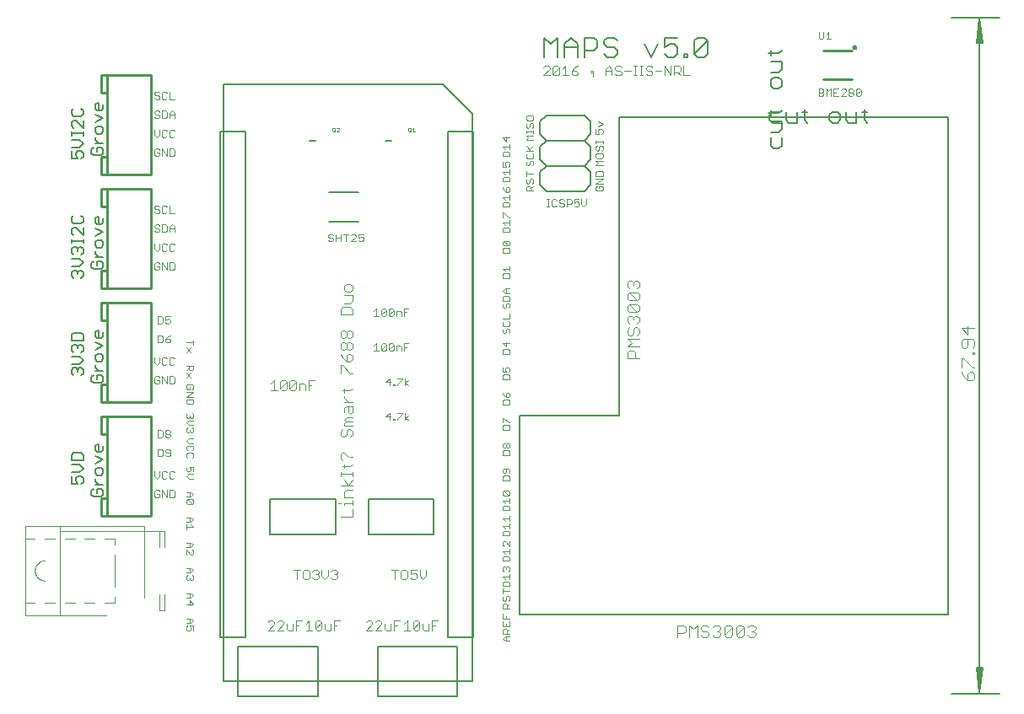
<source format=gto>
G75*
%MOIN*%
%OFA0B0*%
%FSLAX25Y25*%
%IPPOS*%
%LPD*%
%AMOC8*
5,1,8,0,0,1.08239X$1,22.5*
%
%ADD10C,0.00700*%
%ADD11C,0.00300*%
%ADD12C,0.00512*%
%ADD13C,0.00400*%
%ADD14C,0.00600*%
%ADD15C,0.00500*%
%ADD16C,0.01000*%
%ADD17C,0.00394*%
%ADD18C,0.00800*%
%ADD19C,0.00100*%
D10*
X0206606Y0253854D02*
X0206606Y0261761D01*
X0209241Y0259125D01*
X0211877Y0261761D01*
X0211877Y0253854D01*
X0214525Y0253854D02*
X0214525Y0259125D01*
X0217160Y0261761D01*
X0219796Y0259125D01*
X0219796Y0253854D01*
X0222443Y0253854D02*
X0222443Y0261761D01*
X0226397Y0261761D01*
X0227715Y0260443D01*
X0227715Y0257807D01*
X0226397Y0256490D01*
X0222443Y0256490D01*
X0219796Y0257807D02*
X0214525Y0257807D01*
X0230362Y0259125D02*
X0231680Y0257807D01*
X0234316Y0257807D01*
X0235633Y0256490D01*
X0235633Y0255172D01*
X0234316Y0253854D01*
X0231680Y0253854D01*
X0230362Y0255172D01*
X0230362Y0259125D02*
X0230362Y0260443D01*
X0231680Y0261761D01*
X0234316Y0261761D01*
X0235633Y0260443D01*
X0246200Y0259125D02*
X0248835Y0253854D01*
X0251471Y0259125D01*
X0254118Y0257807D02*
X0256754Y0259125D01*
X0258072Y0259125D01*
X0259390Y0257807D01*
X0259390Y0255172D01*
X0258072Y0253854D01*
X0255436Y0253854D01*
X0254118Y0255172D01*
X0254118Y0257807D02*
X0254118Y0261761D01*
X0259390Y0261761D01*
X0265997Y0260443D02*
X0265997Y0255172D01*
X0271268Y0260443D01*
X0271268Y0255172D01*
X0269950Y0253854D01*
X0267314Y0253854D01*
X0265997Y0255172D01*
X0263355Y0255172D02*
X0263355Y0253854D01*
X0262037Y0253854D01*
X0262037Y0255172D01*
X0263355Y0255172D01*
X0265997Y0260443D02*
X0267314Y0261761D01*
X0269950Y0261761D01*
X0271268Y0260443D01*
D11*
X0261653Y0250482D02*
X0261653Y0246779D01*
X0264122Y0246779D01*
X0260439Y0246779D02*
X0259204Y0248013D01*
X0259821Y0248013D02*
X0257970Y0248013D01*
X0257970Y0246779D02*
X0257970Y0250482D01*
X0259821Y0250482D01*
X0260439Y0249865D01*
X0260439Y0248631D01*
X0259821Y0248013D01*
X0256756Y0246779D02*
X0256756Y0250482D01*
X0254287Y0250482D02*
X0256756Y0246779D01*
X0254287Y0246779D02*
X0254287Y0250482D01*
X0253072Y0248631D02*
X0250604Y0248631D01*
X0249389Y0248013D02*
X0249389Y0247396D01*
X0248772Y0246779D01*
X0247538Y0246779D01*
X0246920Y0247396D01*
X0245699Y0246779D02*
X0244465Y0246779D01*
X0245082Y0246779D02*
X0245082Y0250482D01*
X0244465Y0250482D02*
X0245699Y0250482D01*
X0246920Y0249865D02*
X0247538Y0250482D01*
X0248772Y0250482D01*
X0249389Y0249865D01*
X0248772Y0248631D02*
X0249389Y0248013D01*
X0248772Y0248631D02*
X0247538Y0248631D01*
X0246920Y0249248D01*
X0246920Y0249865D01*
X0243244Y0250482D02*
X0242010Y0250482D01*
X0242627Y0250482D02*
X0242627Y0246779D01*
X0242010Y0246779D02*
X0243244Y0246779D01*
X0240795Y0248631D02*
X0238326Y0248631D01*
X0237112Y0248013D02*
X0237112Y0247396D01*
X0236495Y0246779D01*
X0235261Y0246779D01*
X0234643Y0247396D01*
X0233429Y0246779D02*
X0233429Y0249248D01*
X0232195Y0250482D01*
X0230960Y0249248D01*
X0230960Y0246779D01*
X0230960Y0248631D02*
X0233429Y0248631D01*
X0234643Y0249248D02*
X0235261Y0248631D01*
X0236495Y0248631D01*
X0237112Y0248013D01*
X0237112Y0249865D02*
X0236495Y0250482D01*
X0235261Y0250482D01*
X0234643Y0249865D01*
X0234643Y0249248D01*
X0226056Y0248631D02*
X0226056Y0246162D01*
X0226056Y0248013D02*
X0224822Y0248013D01*
X0224822Y0248631D02*
X0226056Y0248631D01*
X0219924Y0248013D02*
X0219924Y0247396D01*
X0219307Y0246779D01*
X0218073Y0246779D01*
X0217455Y0247396D01*
X0217455Y0248631D01*
X0219307Y0248631D01*
X0219924Y0248013D01*
X0218690Y0249865D02*
X0217455Y0248631D01*
X0218690Y0249865D02*
X0219924Y0250482D01*
X0215007Y0250482D02*
X0213772Y0249248D01*
X0212558Y0249865D02*
X0210089Y0247396D01*
X0210706Y0246779D01*
X0211941Y0246779D01*
X0212558Y0247396D01*
X0212558Y0249865D01*
X0211941Y0250482D01*
X0210706Y0250482D01*
X0210089Y0249865D01*
X0210089Y0247396D01*
X0208875Y0246779D02*
X0206406Y0246779D01*
X0208875Y0249248D01*
X0208875Y0249865D01*
X0208257Y0250482D01*
X0207023Y0250482D01*
X0206406Y0249865D01*
X0213772Y0246779D02*
X0216241Y0246779D01*
X0215007Y0246779D02*
X0215007Y0250482D01*
X0201872Y0230946D02*
X0199937Y0230946D01*
X0199453Y0230463D01*
X0199453Y0229495D01*
X0199937Y0229011D01*
X0201872Y0229011D01*
X0202356Y0229495D01*
X0202356Y0230463D01*
X0201872Y0230946D01*
X0201872Y0228000D02*
X0201388Y0228000D01*
X0200905Y0227516D01*
X0200905Y0226549D01*
X0200421Y0226065D01*
X0199937Y0226065D01*
X0199453Y0226549D01*
X0199453Y0227516D01*
X0199937Y0228000D01*
X0201872Y0228000D02*
X0202356Y0227516D01*
X0202356Y0226549D01*
X0201872Y0226065D01*
X0202356Y0225068D02*
X0202356Y0224100D01*
X0202356Y0224584D02*
X0199453Y0224584D01*
X0199453Y0224100D02*
X0199453Y0225068D01*
X0199453Y0223089D02*
X0202356Y0223089D01*
X0202356Y0221154D02*
X0199453Y0221154D01*
X0200421Y0222121D01*
X0199453Y0223089D01*
X0199453Y0218982D02*
X0201388Y0217047D01*
X0200905Y0217531D02*
X0202356Y0218982D01*
X0202356Y0217047D02*
X0199453Y0217047D01*
X0199937Y0216035D02*
X0199453Y0215552D01*
X0199453Y0214584D01*
X0199937Y0214100D01*
X0201872Y0214100D01*
X0202356Y0214584D01*
X0202356Y0215552D01*
X0201872Y0216035D01*
X0201872Y0213089D02*
X0201388Y0213089D01*
X0200905Y0212605D01*
X0200905Y0211638D01*
X0200421Y0211154D01*
X0199937Y0211154D01*
X0199453Y0211638D01*
X0199453Y0212605D01*
X0199937Y0213089D01*
X0201872Y0213089D02*
X0202356Y0212605D01*
X0202356Y0211638D01*
X0201872Y0211154D01*
X0202356Y0208014D02*
X0199453Y0208014D01*
X0199453Y0207047D02*
X0199453Y0208982D01*
X0199937Y0206035D02*
X0199453Y0205552D01*
X0199453Y0204584D01*
X0199937Y0204100D01*
X0200421Y0204100D01*
X0200905Y0204584D01*
X0200905Y0205552D01*
X0201388Y0206035D01*
X0201872Y0206035D01*
X0202356Y0205552D01*
X0202356Y0204584D01*
X0201872Y0204100D01*
X0202356Y0203089D02*
X0201388Y0202121D01*
X0201388Y0202605D02*
X0201388Y0201154D01*
X0202356Y0201154D02*
X0199453Y0201154D01*
X0199453Y0202605D01*
X0199937Y0203089D01*
X0200905Y0203089D01*
X0201388Y0202605D01*
X0207656Y0197806D02*
X0208623Y0197806D01*
X0208140Y0197806D02*
X0208140Y0194904D01*
X0208623Y0194904D02*
X0207656Y0194904D01*
X0209620Y0195388D02*
X0210104Y0194904D01*
X0211071Y0194904D01*
X0211555Y0195388D01*
X0212567Y0195388D02*
X0213051Y0194904D01*
X0214018Y0194904D01*
X0214502Y0195388D01*
X0214502Y0195871D01*
X0214018Y0196355D01*
X0213051Y0196355D01*
X0212567Y0196839D01*
X0212567Y0197323D01*
X0213051Y0197806D01*
X0214018Y0197806D01*
X0214502Y0197323D01*
X0215513Y0197806D02*
X0216965Y0197806D01*
X0217448Y0197323D01*
X0217448Y0196355D01*
X0216965Y0195871D01*
X0215513Y0195871D01*
X0215513Y0194904D02*
X0215513Y0197806D01*
X0218460Y0197806D02*
X0218460Y0196355D01*
X0219427Y0196839D01*
X0219911Y0196839D01*
X0220395Y0196355D01*
X0220395Y0195388D01*
X0219911Y0194904D01*
X0218944Y0194904D01*
X0218460Y0195388D01*
X0218460Y0197806D02*
X0220395Y0197806D01*
X0221406Y0197806D02*
X0221406Y0195871D01*
X0222374Y0194904D01*
X0223341Y0195871D01*
X0223341Y0197806D01*
X0226953Y0201638D02*
X0227437Y0201154D01*
X0229372Y0201154D01*
X0229856Y0201638D01*
X0229856Y0202605D01*
X0229372Y0203089D01*
X0228405Y0203089D01*
X0228405Y0202121D01*
X0227437Y0203089D02*
X0226953Y0202605D01*
X0226953Y0201638D01*
X0226953Y0204100D02*
X0229856Y0206035D01*
X0226953Y0206035D01*
X0226953Y0207047D02*
X0226953Y0208498D01*
X0227437Y0208982D01*
X0229372Y0208982D01*
X0229856Y0208498D01*
X0229856Y0207047D01*
X0226953Y0207047D01*
X0226953Y0204100D02*
X0229856Y0204100D01*
X0229856Y0211154D02*
X0226953Y0211154D01*
X0227921Y0212121D01*
X0226953Y0213089D01*
X0229856Y0213089D01*
X0229372Y0214100D02*
X0229856Y0214584D01*
X0229856Y0215552D01*
X0229372Y0216035D01*
X0227437Y0216035D01*
X0226953Y0215552D01*
X0226953Y0214584D01*
X0227437Y0214100D01*
X0229372Y0214100D01*
X0229372Y0217047D02*
X0229856Y0217531D01*
X0229856Y0218498D01*
X0229372Y0218982D01*
X0228888Y0218982D01*
X0228405Y0218498D01*
X0228405Y0217531D01*
X0227921Y0217047D01*
X0227437Y0217047D01*
X0226953Y0217531D01*
X0226953Y0218498D01*
X0227437Y0218982D01*
X0226953Y0219993D02*
X0226953Y0220961D01*
X0226953Y0220477D02*
X0229856Y0220477D01*
X0229856Y0219993D02*
X0229856Y0220961D01*
X0229372Y0223654D02*
X0229856Y0224138D01*
X0229856Y0225105D01*
X0229372Y0225589D01*
X0228405Y0225589D01*
X0227921Y0225105D01*
X0227921Y0224621D01*
X0228405Y0223654D01*
X0226953Y0223654D01*
X0226953Y0225589D01*
X0227921Y0226600D02*
X0229856Y0227568D01*
X0227921Y0228535D01*
X0193056Y0222159D02*
X0190153Y0222159D01*
X0191605Y0220707D01*
X0191605Y0222642D01*
X0193056Y0219696D02*
X0193056Y0217761D01*
X0193056Y0218728D02*
X0190153Y0218728D01*
X0191121Y0217761D01*
X0190637Y0216749D02*
X0190153Y0216266D01*
X0190153Y0214814D01*
X0193056Y0214814D01*
X0193056Y0216266D01*
X0192572Y0216749D01*
X0190637Y0216749D01*
X0190153Y0212642D02*
X0190153Y0210707D01*
X0191605Y0210707D01*
X0191121Y0211675D01*
X0191121Y0212159D01*
X0191605Y0212642D01*
X0192572Y0212642D01*
X0193056Y0212159D01*
X0193056Y0211191D01*
X0192572Y0210707D01*
X0193056Y0209696D02*
X0193056Y0207761D01*
X0193056Y0208728D02*
X0190153Y0208728D01*
X0191121Y0207761D01*
X0190637Y0206749D02*
X0190153Y0206266D01*
X0190153Y0204814D01*
X0193056Y0204814D01*
X0193056Y0206266D01*
X0192572Y0206749D01*
X0190637Y0206749D01*
X0190153Y0202642D02*
X0190637Y0201675D01*
X0191605Y0200707D01*
X0191605Y0202159D01*
X0192088Y0202642D01*
X0192572Y0202642D01*
X0193056Y0202159D01*
X0193056Y0201191D01*
X0192572Y0200707D01*
X0191605Y0200707D01*
X0193056Y0199696D02*
X0193056Y0197761D01*
X0193056Y0198728D02*
X0190153Y0198728D01*
X0191121Y0197761D01*
X0190637Y0196749D02*
X0190153Y0196266D01*
X0190153Y0194814D01*
X0193056Y0194814D01*
X0193056Y0196266D01*
X0192572Y0196749D01*
X0190637Y0196749D01*
X0190637Y0192642D02*
X0192572Y0190707D01*
X0193056Y0190707D01*
X0193056Y0189696D02*
X0193056Y0187761D01*
X0193056Y0188728D02*
X0190153Y0188728D01*
X0191121Y0187761D01*
X0190637Y0186749D02*
X0190153Y0186266D01*
X0190153Y0184814D01*
X0193056Y0184814D01*
X0193056Y0186266D01*
X0192572Y0186749D01*
X0190637Y0186749D01*
X0190153Y0190707D02*
X0190153Y0192642D01*
X0190637Y0192642D01*
X0190637Y0181392D02*
X0192572Y0179457D01*
X0193056Y0179941D01*
X0193056Y0180909D01*
X0192572Y0181392D01*
X0190637Y0181392D01*
X0190153Y0180909D01*
X0190153Y0179941D01*
X0190637Y0179457D01*
X0192572Y0179457D01*
X0192572Y0178446D02*
X0190637Y0178446D01*
X0190153Y0177962D01*
X0190153Y0176511D01*
X0193056Y0176511D01*
X0193056Y0177962D01*
X0192572Y0178446D01*
X0193056Y0171392D02*
X0193056Y0169457D01*
X0193056Y0170425D02*
X0190153Y0170425D01*
X0191121Y0169457D01*
X0190637Y0168446D02*
X0190153Y0167962D01*
X0190153Y0166511D01*
X0193056Y0166511D01*
X0193056Y0167962D01*
X0192572Y0168446D01*
X0190637Y0168446D01*
X0191121Y0162642D02*
X0193056Y0162642D01*
X0191605Y0162642D02*
X0191605Y0160707D01*
X0191121Y0160707D02*
X0190153Y0161675D01*
X0191121Y0162642D01*
X0191121Y0160707D02*
X0193056Y0160707D01*
X0192572Y0159696D02*
X0190637Y0159696D01*
X0190153Y0159212D01*
X0190153Y0157761D01*
X0193056Y0157761D01*
X0193056Y0159212D01*
X0192572Y0159696D01*
X0192572Y0156749D02*
X0193056Y0156266D01*
X0193056Y0155298D01*
X0192572Y0154814D01*
X0191605Y0155298D02*
X0191605Y0156266D01*
X0192088Y0156749D01*
X0192572Y0156749D01*
X0191605Y0155298D02*
X0191121Y0154814D01*
X0190637Y0154814D01*
X0190153Y0155298D01*
X0190153Y0156266D01*
X0190637Y0156749D01*
X0193056Y0152642D02*
X0193056Y0150707D01*
X0190153Y0150707D01*
X0190637Y0149696D02*
X0190153Y0149212D01*
X0190153Y0148245D01*
X0190637Y0147761D01*
X0192572Y0147761D01*
X0193056Y0148245D01*
X0193056Y0149212D01*
X0192572Y0149696D01*
X0192572Y0146749D02*
X0193056Y0146266D01*
X0193056Y0145298D01*
X0192572Y0144814D01*
X0191605Y0145298D02*
X0191605Y0146266D01*
X0192088Y0146749D01*
X0192572Y0146749D01*
X0191605Y0145298D02*
X0191121Y0144814D01*
X0190637Y0144814D01*
X0190153Y0145298D01*
X0190153Y0146266D01*
X0190637Y0146749D01*
X0191605Y0141392D02*
X0191605Y0139457D01*
X0190153Y0140909D01*
X0193056Y0140909D01*
X0192572Y0138446D02*
X0190637Y0138446D01*
X0190153Y0137962D01*
X0190153Y0136511D01*
X0193056Y0136511D01*
X0193056Y0137962D01*
X0192572Y0138446D01*
X0192572Y0131392D02*
X0193056Y0130909D01*
X0193056Y0129941D01*
X0192572Y0129457D01*
X0191605Y0129457D02*
X0191121Y0130425D01*
X0191121Y0130909D01*
X0191605Y0131392D01*
X0192572Y0131392D01*
X0191605Y0129457D02*
X0190153Y0129457D01*
X0190153Y0131392D01*
X0190637Y0128446D02*
X0190153Y0127962D01*
X0190153Y0126511D01*
X0193056Y0126511D01*
X0193056Y0127962D01*
X0192572Y0128446D01*
X0190637Y0128446D01*
X0190153Y0121392D02*
X0190637Y0120425D01*
X0191605Y0119457D01*
X0191605Y0120909D01*
X0192088Y0121392D01*
X0192572Y0121392D01*
X0193056Y0120909D01*
X0193056Y0119941D01*
X0192572Y0119457D01*
X0191605Y0119457D01*
X0192572Y0118446D02*
X0190637Y0118446D01*
X0190153Y0117962D01*
X0190153Y0116511D01*
X0193056Y0116511D01*
X0193056Y0117962D01*
X0192572Y0118446D01*
X0190637Y0111392D02*
X0192572Y0109457D01*
X0193056Y0109457D01*
X0192572Y0108446D02*
X0190637Y0108446D01*
X0190153Y0107962D01*
X0190153Y0106511D01*
X0193056Y0106511D01*
X0193056Y0107962D01*
X0192572Y0108446D01*
X0190153Y0109457D02*
X0190153Y0111392D01*
X0190637Y0111392D01*
X0190637Y0101392D02*
X0191121Y0101392D01*
X0191605Y0100909D01*
X0191605Y0099941D01*
X0191121Y0099457D01*
X0190637Y0099457D01*
X0190153Y0099941D01*
X0190153Y0100909D01*
X0190637Y0101392D01*
X0191605Y0100909D02*
X0192088Y0101392D01*
X0192572Y0101392D01*
X0193056Y0100909D01*
X0193056Y0099941D01*
X0192572Y0099457D01*
X0192088Y0099457D01*
X0191605Y0099941D01*
X0192572Y0098446D02*
X0190637Y0098446D01*
X0190153Y0097962D01*
X0190153Y0096511D01*
X0193056Y0096511D01*
X0193056Y0097962D01*
X0192572Y0098446D01*
X0192572Y0091392D02*
X0190637Y0091392D01*
X0190153Y0090909D01*
X0190153Y0089941D01*
X0190637Y0089457D01*
X0191121Y0089457D01*
X0191605Y0089941D01*
X0191605Y0091392D01*
X0192572Y0091392D02*
X0193056Y0090909D01*
X0193056Y0089941D01*
X0192572Y0089457D01*
X0192572Y0088446D02*
X0190637Y0088446D01*
X0190153Y0087962D01*
X0190153Y0086511D01*
X0193056Y0086511D01*
X0193056Y0087962D01*
X0192572Y0088446D01*
X0192572Y0082642D02*
X0193056Y0082159D01*
X0193056Y0081191D01*
X0192572Y0080707D01*
X0190637Y0082642D01*
X0192572Y0082642D01*
X0192572Y0080707D02*
X0190637Y0080707D01*
X0190153Y0081191D01*
X0190153Y0082159D01*
X0190637Y0082642D01*
X0193056Y0079696D02*
X0193056Y0077761D01*
X0193056Y0078728D02*
X0190153Y0078728D01*
X0191121Y0077761D01*
X0190637Y0076749D02*
X0190153Y0076266D01*
X0190153Y0074814D01*
X0193056Y0074814D01*
X0193056Y0076266D01*
X0192572Y0076749D01*
X0190637Y0076749D01*
X0193056Y0072642D02*
X0193056Y0070707D01*
X0193056Y0071675D02*
X0190153Y0071675D01*
X0191121Y0070707D01*
X0193056Y0069696D02*
X0193056Y0067761D01*
X0193056Y0068728D02*
X0190153Y0068728D01*
X0191121Y0067761D01*
X0190637Y0066749D02*
X0190153Y0066266D01*
X0190153Y0064814D01*
X0193056Y0064814D01*
X0193056Y0066266D01*
X0192572Y0066749D01*
X0190637Y0066749D01*
X0190637Y0062642D02*
X0190153Y0062159D01*
X0190153Y0061191D01*
X0190637Y0060707D01*
X0190637Y0062642D02*
X0191121Y0062642D01*
X0193056Y0060707D01*
X0193056Y0062642D01*
X0193056Y0059696D02*
X0193056Y0057761D01*
X0193056Y0058728D02*
X0190153Y0058728D01*
X0191121Y0057761D01*
X0190637Y0056749D02*
X0190153Y0056266D01*
X0190153Y0054814D01*
X0193056Y0054814D01*
X0193056Y0056266D01*
X0192572Y0056749D01*
X0190637Y0056749D01*
X0190637Y0052642D02*
X0191121Y0052642D01*
X0191605Y0052159D01*
X0192088Y0052642D01*
X0192572Y0052642D01*
X0193056Y0052159D01*
X0193056Y0051191D01*
X0192572Y0050707D01*
X0193056Y0049696D02*
X0193056Y0047761D01*
X0193056Y0048728D02*
X0190153Y0048728D01*
X0191121Y0047761D01*
X0190637Y0046749D02*
X0190153Y0046266D01*
X0190153Y0044814D01*
X0193056Y0044814D01*
X0193056Y0046266D01*
X0192572Y0046749D01*
X0190637Y0046749D01*
X0190153Y0043892D02*
X0190153Y0041957D01*
X0190153Y0042925D02*
X0193056Y0042925D01*
X0192572Y0040946D02*
X0193056Y0040462D01*
X0193056Y0039495D01*
X0192572Y0039011D01*
X0191605Y0039495D02*
X0191605Y0040462D01*
X0192088Y0040946D01*
X0192572Y0040946D01*
X0191605Y0039495D02*
X0191121Y0039011D01*
X0190637Y0039011D01*
X0190153Y0039495D01*
X0190153Y0040462D01*
X0190637Y0040946D01*
X0190637Y0037999D02*
X0191605Y0037999D01*
X0192088Y0037516D01*
X0192088Y0036064D01*
X0192088Y0037032D02*
X0193056Y0037999D01*
X0193056Y0036064D02*
X0190153Y0036064D01*
X0190153Y0037516D01*
X0190637Y0037999D01*
X0190153Y0033892D02*
X0190153Y0031957D01*
X0193056Y0031957D01*
X0193056Y0030946D02*
X0193056Y0029011D01*
X0190153Y0029011D01*
X0190153Y0030946D01*
X0191605Y0029978D02*
X0191605Y0029011D01*
X0191605Y0027999D02*
X0192088Y0027516D01*
X0192088Y0026064D01*
X0192088Y0027032D02*
X0193056Y0027999D01*
X0191605Y0027999D02*
X0190637Y0027999D01*
X0190153Y0027516D01*
X0190153Y0026064D01*
X0193056Y0026064D01*
X0193056Y0025053D02*
X0191121Y0025053D01*
X0190153Y0024085D01*
X0191121Y0023118D01*
X0193056Y0023118D01*
X0191605Y0023118D02*
X0191605Y0025053D01*
X0191605Y0031957D02*
X0191605Y0032925D01*
X0190637Y0050707D02*
X0190153Y0051191D01*
X0190153Y0052159D01*
X0190637Y0052642D01*
X0191605Y0052159D02*
X0191605Y0051675D01*
X0164737Y0031127D02*
X0162268Y0031127D01*
X0162268Y0027424D01*
X0161054Y0027424D02*
X0161054Y0029892D01*
X0162268Y0029275D02*
X0163503Y0029275D01*
X0161054Y0027424D02*
X0159202Y0027424D01*
X0158585Y0028041D01*
X0158585Y0029892D01*
X0157371Y0030510D02*
X0154902Y0028041D01*
X0155519Y0027424D01*
X0156754Y0027424D01*
X0157371Y0028041D01*
X0157371Y0030510D01*
X0156754Y0031127D01*
X0155519Y0031127D01*
X0154902Y0030510D01*
X0154902Y0028041D01*
X0153688Y0027424D02*
X0151219Y0027424D01*
X0152453Y0027424D02*
X0152453Y0031127D01*
X0151219Y0029892D01*
X0149737Y0031127D02*
X0147268Y0031127D01*
X0147268Y0027424D01*
X0146054Y0027424D02*
X0146054Y0029892D01*
X0147268Y0029275D02*
X0148503Y0029275D01*
X0146054Y0027424D02*
X0144202Y0027424D01*
X0143585Y0028041D01*
X0143585Y0029892D01*
X0142371Y0029892D02*
X0139902Y0027424D01*
X0142371Y0027424D01*
X0142371Y0029892D02*
X0142371Y0030510D01*
X0141754Y0031127D01*
X0140519Y0031127D01*
X0139902Y0030510D01*
X0138688Y0030510D02*
X0138070Y0031127D01*
X0136836Y0031127D01*
X0136219Y0030510D01*
X0138688Y0030510D02*
X0138688Y0029892D01*
X0136219Y0027424D01*
X0138688Y0027424D01*
X0125987Y0031127D02*
X0123518Y0031127D01*
X0123518Y0027424D01*
X0122304Y0027424D02*
X0122304Y0029892D01*
X0123518Y0029275D02*
X0124753Y0029275D01*
X0122304Y0027424D02*
X0120452Y0027424D01*
X0119835Y0028041D01*
X0119835Y0029892D01*
X0118621Y0030510D02*
X0116152Y0028041D01*
X0116769Y0027424D01*
X0118004Y0027424D01*
X0118621Y0028041D01*
X0118621Y0030510D01*
X0118004Y0031127D01*
X0116769Y0031127D01*
X0116152Y0030510D01*
X0116152Y0028041D01*
X0114938Y0027424D02*
X0112469Y0027424D01*
X0113703Y0027424D02*
X0113703Y0031127D01*
X0112469Y0029892D01*
X0110987Y0031127D02*
X0108518Y0031127D01*
X0108518Y0027424D01*
X0107304Y0027424D02*
X0107304Y0029892D01*
X0108518Y0029275D02*
X0109753Y0029275D01*
X0107304Y0027424D02*
X0105452Y0027424D01*
X0104835Y0028041D01*
X0104835Y0029892D01*
X0103621Y0029892D02*
X0101152Y0027424D01*
X0103621Y0027424D01*
X0103621Y0029892D02*
X0103621Y0030510D01*
X0103004Y0031127D01*
X0101769Y0031127D01*
X0101152Y0030510D01*
X0099938Y0030510D02*
X0099320Y0031127D01*
X0098086Y0031127D01*
X0097469Y0030510D01*
X0099938Y0030510D02*
X0099938Y0029892D01*
X0097469Y0027424D01*
X0099938Y0027424D01*
X0108890Y0047604D02*
X0108890Y0051307D01*
X0107656Y0051307D02*
X0110125Y0051307D01*
X0111339Y0050690D02*
X0111339Y0048221D01*
X0111956Y0047604D01*
X0113191Y0047604D01*
X0113808Y0048221D01*
X0113808Y0050690D01*
X0113191Y0051307D01*
X0111956Y0051307D01*
X0111339Y0050690D01*
X0115022Y0050690D02*
X0115639Y0051307D01*
X0116874Y0051307D01*
X0117491Y0050690D01*
X0117491Y0050073D01*
X0116874Y0049456D01*
X0117491Y0048838D01*
X0117491Y0048221D01*
X0116874Y0047604D01*
X0115639Y0047604D01*
X0115022Y0048221D01*
X0116257Y0049456D02*
X0116874Y0049456D01*
X0118705Y0048838D02*
X0119940Y0047604D01*
X0121174Y0048838D01*
X0121174Y0051307D01*
X0122388Y0050690D02*
X0123006Y0051307D01*
X0124240Y0051307D01*
X0124857Y0050690D01*
X0124857Y0050073D01*
X0124240Y0049456D01*
X0124857Y0048838D01*
X0124857Y0048221D01*
X0124240Y0047604D01*
X0123006Y0047604D01*
X0122388Y0048221D01*
X0123623Y0049456D02*
X0124240Y0049456D01*
X0118705Y0048838D02*
X0118705Y0051307D01*
X0146406Y0051307D02*
X0148875Y0051307D01*
X0147640Y0051307D02*
X0147640Y0047604D01*
X0150089Y0048221D02*
X0150706Y0047604D01*
X0151941Y0047604D01*
X0152558Y0048221D01*
X0152558Y0050690D01*
X0151941Y0051307D01*
X0150706Y0051307D01*
X0150089Y0050690D01*
X0150089Y0048221D01*
X0153772Y0048221D02*
X0154389Y0047604D01*
X0155624Y0047604D01*
X0156241Y0048221D01*
X0156241Y0049456D01*
X0155624Y0050073D01*
X0155007Y0050073D01*
X0153772Y0049456D01*
X0153772Y0051307D01*
X0156241Y0051307D01*
X0157455Y0051307D02*
X0157455Y0048838D01*
X0158690Y0047604D01*
X0159924Y0048838D01*
X0159924Y0051307D01*
X0152902Y0110454D02*
X0151450Y0111421D01*
X0152902Y0112389D01*
X0151450Y0113356D02*
X0151450Y0110454D01*
X0150439Y0112873D02*
X0148504Y0110938D01*
X0148504Y0110454D01*
X0147514Y0110454D02*
X0147031Y0110454D01*
X0147031Y0110938D01*
X0147514Y0110938D01*
X0147514Y0110454D01*
X0145535Y0110454D02*
X0145535Y0113356D01*
X0144084Y0111905D01*
X0146019Y0111905D01*
X0148504Y0113356D02*
X0150439Y0113356D01*
X0150439Y0112873D01*
X0151450Y0124204D02*
X0151450Y0127106D01*
X0150439Y0127106D02*
X0150439Y0126623D01*
X0148504Y0124688D01*
X0148504Y0124204D01*
X0147514Y0124204D02*
X0147031Y0124204D01*
X0147031Y0124688D01*
X0147514Y0124688D01*
X0147514Y0124204D01*
X0145535Y0124204D02*
X0145535Y0127106D01*
X0144084Y0125655D01*
X0146019Y0125655D01*
X0148504Y0127106D02*
X0150439Y0127106D01*
X0151450Y0125171D02*
X0152902Y0126139D01*
X0151450Y0125171D02*
X0152902Y0124204D01*
X0151146Y0137934D02*
X0151146Y0140837D01*
X0153081Y0140837D01*
X0152114Y0139385D02*
X0151146Y0139385D01*
X0150135Y0139385D02*
X0150135Y0137934D01*
X0150135Y0139385D02*
X0149651Y0139869D01*
X0148200Y0139869D01*
X0148200Y0137934D01*
X0147188Y0138418D02*
X0147188Y0140353D01*
X0145253Y0138418D01*
X0145737Y0137934D01*
X0146705Y0137934D01*
X0147188Y0138418D01*
X0145253Y0138418D02*
X0145253Y0140353D01*
X0145737Y0140837D01*
X0146705Y0140837D01*
X0147188Y0140353D01*
X0144242Y0140353D02*
X0142307Y0138418D01*
X0142791Y0137934D01*
X0143758Y0137934D01*
X0144242Y0138418D01*
X0144242Y0140353D01*
X0143758Y0140837D01*
X0142791Y0140837D01*
X0142307Y0140353D01*
X0142307Y0138418D01*
X0141295Y0137934D02*
X0139360Y0137934D01*
X0140328Y0137934D02*
X0140328Y0140837D01*
X0139360Y0139869D01*
X0139360Y0151684D02*
X0141295Y0151684D01*
X0140328Y0151684D02*
X0140328Y0154587D01*
X0139360Y0153619D01*
X0142307Y0154103D02*
X0142791Y0154587D01*
X0143758Y0154587D01*
X0144242Y0154103D01*
X0142307Y0152168D01*
X0142791Y0151684D01*
X0143758Y0151684D01*
X0144242Y0152168D01*
X0144242Y0154103D01*
X0145253Y0154103D02*
X0145737Y0154587D01*
X0146705Y0154587D01*
X0147188Y0154103D01*
X0145253Y0152168D01*
X0145737Y0151684D01*
X0146705Y0151684D01*
X0147188Y0152168D01*
X0147188Y0154103D01*
X0148200Y0153619D02*
X0149651Y0153619D01*
X0150135Y0153135D01*
X0150135Y0151684D01*
X0151146Y0151684D02*
X0151146Y0154587D01*
X0153081Y0154587D01*
X0152114Y0153135D02*
X0151146Y0153135D01*
X0148200Y0153619D02*
X0148200Y0151684D01*
X0145253Y0152168D02*
X0145253Y0154103D01*
X0142307Y0154103D02*
X0142307Y0152168D01*
X0115920Y0126127D02*
X0113451Y0126127D01*
X0113451Y0122424D01*
X0112237Y0122424D02*
X0112237Y0124275D01*
X0111620Y0124892D01*
X0109768Y0124892D01*
X0109768Y0122424D01*
X0108554Y0123041D02*
X0107937Y0122424D01*
X0106702Y0122424D01*
X0106085Y0123041D01*
X0108554Y0125510D01*
X0108554Y0123041D01*
X0108554Y0125510D02*
X0107937Y0126127D01*
X0106702Y0126127D01*
X0106085Y0125510D01*
X0106085Y0123041D01*
X0104871Y0123041D02*
X0104254Y0122424D01*
X0103019Y0122424D01*
X0102402Y0123041D01*
X0104871Y0125510D01*
X0104871Y0123041D01*
X0104871Y0125510D02*
X0104254Y0126127D01*
X0103019Y0126127D01*
X0102402Y0125510D01*
X0102402Y0123041D01*
X0101188Y0122424D02*
X0098719Y0122424D01*
X0099953Y0122424D02*
X0099953Y0126127D01*
X0098719Y0124892D01*
X0113451Y0124275D02*
X0114686Y0124275D01*
X0068058Y0124120D02*
X0067575Y0124604D01*
X0065640Y0124604D01*
X0065156Y0124120D01*
X0065156Y0123153D01*
X0065640Y0122669D01*
X0066607Y0122669D01*
X0066607Y0123636D01*
X0067575Y0122669D02*
X0068058Y0123153D01*
X0068058Y0124120D01*
X0068058Y0121657D02*
X0065156Y0119722D01*
X0068058Y0119722D01*
X0068058Y0118711D02*
X0065156Y0118711D01*
X0065156Y0117260D01*
X0065640Y0116776D01*
X0067575Y0116776D01*
X0068058Y0117260D01*
X0068058Y0118711D01*
X0068058Y0121657D02*
X0065156Y0121657D01*
X0060484Y0125388D02*
X0060000Y0124904D01*
X0058549Y0124904D01*
X0058549Y0127806D01*
X0060000Y0127806D01*
X0060484Y0127323D01*
X0060484Y0125388D01*
X0057537Y0124904D02*
X0057537Y0127806D01*
X0055602Y0127806D02*
X0057537Y0124904D01*
X0055602Y0124904D02*
X0055602Y0127806D01*
X0054591Y0127323D02*
X0054107Y0127806D01*
X0053140Y0127806D01*
X0052656Y0127323D01*
X0052656Y0125388D01*
X0053140Y0124904D01*
X0054107Y0124904D01*
X0054591Y0125388D01*
X0054591Y0126355D01*
X0053623Y0126355D01*
X0053623Y0132404D02*
X0054591Y0133371D01*
X0054591Y0135306D01*
X0055602Y0134823D02*
X0055602Y0132888D01*
X0056086Y0132404D01*
X0057054Y0132404D01*
X0057537Y0132888D01*
X0058549Y0132888D02*
X0058549Y0134823D01*
X0059033Y0135306D01*
X0060000Y0135306D01*
X0060484Y0134823D01*
X0060484Y0132888D02*
X0060000Y0132404D01*
X0059033Y0132404D01*
X0058549Y0132888D01*
X0057537Y0134823D02*
X0057054Y0135306D01*
X0056086Y0135306D01*
X0055602Y0134823D01*
X0052656Y0135306D02*
X0052656Y0133371D01*
X0053623Y0132404D01*
X0053906Y0141154D02*
X0055357Y0141154D01*
X0055841Y0141638D01*
X0055841Y0143573D01*
X0055357Y0144056D01*
X0053906Y0144056D01*
X0053906Y0141154D01*
X0056852Y0141638D02*
X0057336Y0141154D01*
X0058304Y0141154D01*
X0058787Y0141638D01*
X0058787Y0142121D01*
X0058304Y0142605D01*
X0056852Y0142605D01*
X0056852Y0141638D01*
X0056852Y0142605D02*
X0057820Y0143573D01*
X0058787Y0144056D01*
X0065156Y0141136D02*
X0068058Y0141136D01*
X0068058Y0140169D02*
X0068058Y0142104D01*
X0067091Y0139157D02*
X0065156Y0137222D01*
X0065156Y0139157D02*
X0067091Y0137222D01*
X0068058Y0132104D02*
X0065156Y0132104D01*
X0066123Y0132104D02*
X0066123Y0130653D01*
X0066607Y0130169D01*
X0067575Y0130169D01*
X0068058Y0130653D01*
X0068058Y0132104D01*
X0066123Y0131136D02*
X0065156Y0130169D01*
X0065156Y0129157D02*
X0067091Y0127222D01*
X0067091Y0129157D02*
X0065156Y0127222D01*
X0065640Y0113354D02*
X0065156Y0112870D01*
X0065156Y0111903D01*
X0065640Y0111419D01*
X0066123Y0111419D01*
X0066607Y0111903D01*
X0066607Y0112386D01*
X0066607Y0111903D02*
X0067091Y0111419D01*
X0067575Y0111419D01*
X0068058Y0111903D01*
X0068058Y0112870D01*
X0067575Y0113354D01*
X0068058Y0110407D02*
X0066123Y0110407D01*
X0065156Y0109440D01*
X0066123Y0108472D01*
X0068058Y0108472D01*
X0067575Y0107461D02*
X0068058Y0106977D01*
X0068058Y0106010D01*
X0067575Y0105526D01*
X0067091Y0105526D01*
X0066607Y0106010D01*
X0066123Y0105526D01*
X0065640Y0105526D01*
X0065156Y0106010D01*
X0065156Y0106977D01*
X0065640Y0107461D01*
X0066607Y0106493D02*
X0066607Y0106010D01*
X0066123Y0103354D02*
X0065156Y0102386D01*
X0066123Y0101419D01*
X0068058Y0101419D01*
X0067575Y0100407D02*
X0065640Y0100407D01*
X0065156Y0099924D01*
X0065156Y0098956D01*
X0065640Y0098472D01*
X0065640Y0097461D02*
X0065156Y0096977D01*
X0065156Y0096010D01*
X0065640Y0095526D01*
X0067575Y0095526D02*
X0068058Y0096010D01*
X0068058Y0096977D01*
X0067575Y0097461D01*
X0065640Y0097461D01*
X0067575Y0098472D02*
X0068058Y0098956D01*
X0068058Y0099924D01*
X0067575Y0100407D01*
X0068058Y0103354D02*
X0066123Y0103354D01*
X0058787Y0104138D02*
X0058304Y0103654D01*
X0057336Y0103654D01*
X0056852Y0104138D01*
X0056852Y0104621D01*
X0057336Y0105105D01*
X0058304Y0105105D01*
X0058787Y0104621D01*
X0058787Y0104138D01*
X0058304Y0105105D02*
X0058787Y0105589D01*
X0058787Y0106073D01*
X0058304Y0106556D01*
X0057336Y0106556D01*
X0056852Y0106073D01*
X0056852Y0105589D01*
X0057336Y0105105D01*
X0055841Y0104138D02*
X0055841Y0106073D01*
X0055357Y0106556D01*
X0053906Y0106556D01*
X0053906Y0103654D01*
X0055357Y0103654D01*
X0055841Y0104138D01*
X0055357Y0099056D02*
X0053906Y0099056D01*
X0053906Y0096154D01*
X0055357Y0096154D01*
X0055841Y0096638D01*
X0055841Y0098573D01*
X0055357Y0099056D01*
X0056852Y0098573D02*
X0057336Y0099056D01*
X0058304Y0099056D01*
X0058787Y0098573D01*
X0058787Y0096638D01*
X0058304Y0096154D01*
X0057336Y0096154D01*
X0056852Y0096638D01*
X0057336Y0097605D02*
X0058787Y0097605D01*
X0057336Y0097605D02*
X0056852Y0098089D01*
X0056852Y0098573D01*
X0057054Y0090306D02*
X0056086Y0090306D01*
X0055602Y0089823D01*
X0055602Y0087888D01*
X0056086Y0087404D01*
X0057054Y0087404D01*
X0057537Y0087888D01*
X0058549Y0087888D02*
X0059033Y0087404D01*
X0060000Y0087404D01*
X0060484Y0087888D01*
X0060484Y0089823D02*
X0060000Y0090306D01*
X0059033Y0090306D01*
X0058549Y0089823D01*
X0058549Y0087888D01*
X0057537Y0089823D02*
X0057054Y0090306D01*
X0054591Y0090306D02*
X0054591Y0088371D01*
X0053623Y0087404D01*
X0052656Y0088371D01*
X0052656Y0090306D01*
X0053140Y0082806D02*
X0052656Y0082323D01*
X0052656Y0080388D01*
X0053140Y0079904D01*
X0054107Y0079904D01*
X0054591Y0080388D01*
X0054591Y0081355D01*
X0053623Y0081355D01*
X0054591Y0082323D02*
X0054107Y0082806D01*
X0053140Y0082806D01*
X0055602Y0082806D02*
X0057537Y0079904D01*
X0057537Y0082806D01*
X0058549Y0082806D02*
X0058549Y0079904D01*
X0060000Y0079904D01*
X0060484Y0080388D01*
X0060484Y0082323D01*
X0060000Y0082806D01*
X0058549Y0082806D01*
X0055602Y0082806D02*
X0055602Y0079904D01*
X0065156Y0080169D02*
X0067091Y0080169D01*
X0068058Y0081136D01*
X0067091Y0082104D01*
X0065156Y0082104D01*
X0066607Y0082104D02*
X0066607Y0080169D01*
X0065640Y0079157D02*
X0067575Y0079157D01*
X0068058Y0078674D01*
X0068058Y0077706D01*
X0067575Y0077222D01*
X0065640Y0079157D01*
X0065156Y0078674D01*
X0065156Y0077706D01*
X0065640Y0077222D01*
X0067575Y0077222D01*
X0067091Y0072104D02*
X0065156Y0072104D01*
X0066607Y0072104D02*
X0066607Y0070169D01*
X0067091Y0070169D02*
X0065156Y0070169D01*
X0065156Y0069157D02*
X0065156Y0067222D01*
X0065156Y0068190D02*
X0068058Y0068190D01*
X0067091Y0069157D01*
X0067091Y0070169D02*
X0068058Y0071136D01*
X0067091Y0072104D01*
X0067091Y0062104D02*
X0065156Y0062104D01*
X0066607Y0062104D02*
X0066607Y0060169D01*
X0067091Y0060169D02*
X0065156Y0060169D01*
X0065156Y0059157D02*
X0067091Y0057222D01*
X0067575Y0057222D01*
X0068058Y0057706D01*
X0068058Y0058674D01*
X0067575Y0059157D01*
X0067091Y0060169D02*
X0068058Y0061136D01*
X0067091Y0062104D01*
X0065156Y0059157D02*
X0065156Y0057222D01*
X0065156Y0052104D02*
X0067091Y0052104D01*
X0068058Y0051136D01*
X0067091Y0050169D01*
X0065156Y0050169D01*
X0065640Y0049157D02*
X0065156Y0048674D01*
X0065156Y0047706D01*
X0065640Y0047222D01*
X0066123Y0047222D01*
X0066607Y0047706D01*
X0066607Y0048190D01*
X0066607Y0047706D02*
X0067091Y0047222D01*
X0067575Y0047222D01*
X0068058Y0047706D01*
X0068058Y0048674D01*
X0067575Y0049157D01*
X0066607Y0050169D02*
X0066607Y0052104D01*
X0066607Y0042104D02*
X0066607Y0040169D01*
X0067091Y0040169D02*
X0065156Y0040169D01*
X0066607Y0039157D02*
X0066607Y0037222D01*
X0065156Y0037706D02*
X0068058Y0037706D01*
X0066607Y0039157D01*
X0067091Y0040169D02*
X0068058Y0041136D01*
X0067091Y0042104D01*
X0065156Y0042104D01*
X0065156Y0032104D02*
X0067091Y0032104D01*
X0068058Y0031136D01*
X0067091Y0030169D01*
X0065156Y0030169D01*
X0065640Y0029157D02*
X0065156Y0028674D01*
X0065156Y0027706D01*
X0065640Y0027222D01*
X0066607Y0027222D01*
X0067091Y0027706D01*
X0067091Y0028190D01*
X0066607Y0029157D01*
X0068058Y0029157D01*
X0068058Y0027222D01*
X0066607Y0030169D02*
X0066607Y0032104D01*
X0066123Y0087222D02*
X0068058Y0087222D01*
X0066123Y0087222D02*
X0065156Y0088190D01*
X0066123Y0089157D01*
X0068058Y0089157D01*
X0068058Y0090169D02*
X0068058Y0092104D01*
X0066607Y0092104D01*
X0067091Y0091136D01*
X0067091Y0090653D01*
X0066607Y0090169D01*
X0065640Y0090169D01*
X0065156Y0090653D01*
X0065156Y0091620D01*
X0065640Y0092104D01*
X0058304Y0148654D02*
X0057336Y0148654D01*
X0056852Y0149138D01*
X0056852Y0150105D02*
X0057820Y0150589D01*
X0058304Y0150589D01*
X0058787Y0150105D01*
X0058787Y0149138D01*
X0058304Y0148654D01*
X0056852Y0150105D02*
X0056852Y0151556D01*
X0058787Y0151556D01*
X0055841Y0151073D02*
X0055357Y0151556D01*
X0053906Y0151556D01*
X0053906Y0148654D01*
X0055357Y0148654D01*
X0055841Y0149138D01*
X0055841Y0151073D01*
X0055602Y0169904D02*
X0055602Y0172806D01*
X0057537Y0169904D01*
X0057537Y0172806D01*
X0058549Y0172806D02*
X0058549Y0169904D01*
X0060000Y0169904D01*
X0060484Y0170388D01*
X0060484Y0172323D01*
X0060000Y0172806D01*
X0058549Y0172806D01*
X0054591Y0172323D02*
X0054107Y0172806D01*
X0053140Y0172806D01*
X0052656Y0172323D01*
X0052656Y0170388D01*
X0053140Y0169904D01*
X0054107Y0169904D01*
X0054591Y0170388D01*
X0054591Y0171355D01*
X0053623Y0171355D01*
X0053623Y0177404D02*
X0054591Y0178371D01*
X0054591Y0180306D01*
X0055602Y0179823D02*
X0055602Y0177888D01*
X0056086Y0177404D01*
X0057054Y0177404D01*
X0057537Y0177888D01*
X0058549Y0177888D02*
X0059033Y0177404D01*
X0060000Y0177404D01*
X0060484Y0177888D01*
X0060484Y0179823D02*
X0060000Y0180306D01*
X0059033Y0180306D01*
X0058549Y0179823D01*
X0058549Y0177888D01*
X0057537Y0179823D02*
X0057054Y0180306D01*
X0056086Y0180306D01*
X0055602Y0179823D01*
X0052656Y0180306D02*
X0052656Y0178371D01*
X0053623Y0177404D01*
X0053140Y0184904D02*
X0052656Y0185388D01*
X0053140Y0184904D02*
X0054107Y0184904D01*
X0054591Y0185388D01*
X0054591Y0185871D01*
X0054107Y0186355D01*
X0053140Y0186355D01*
X0052656Y0186839D01*
X0052656Y0187323D01*
X0053140Y0187806D01*
X0054107Y0187806D01*
X0054591Y0187323D01*
X0055602Y0187806D02*
X0057054Y0187806D01*
X0057537Y0187323D01*
X0057537Y0185388D01*
X0057054Y0184904D01*
X0055602Y0184904D01*
X0055602Y0187806D01*
X0058549Y0186839D02*
X0058549Y0184904D01*
X0058549Y0186355D02*
X0060484Y0186355D01*
X0060484Y0186839D02*
X0060484Y0184904D01*
X0060484Y0186839D02*
X0059516Y0187806D01*
X0058549Y0186839D01*
X0058549Y0192404D02*
X0060484Y0192404D01*
X0058549Y0192404D02*
X0058549Y0195306D01*
X0057537Y0194823D02*
X0057054Y0195306D01*
X0056086Y0195306D01*
X0055602Y0194823D01*
X0055602Y0192888D01*
X0056086Y0192404D01*
X0057054Y0192404D01*
X0057537Y0192888D01*
X0054591Y0192888D02*
X0054107Y0192404D01*
X0053140Y0192404D01*
X0052656Y0192888D01*
X0053140Y0193855D02*
X0054107Y0193855D01*
X0054591Y0193371D01*
X0054591Y0192888D01*
X0053140Y0193855D02*
X0052656Y0194339D01*
X0052656Y0194823D01*
X0053140Y0195306D01*
X0054107Y0195306D01*
X0054591Y0194823D01*
X0054107Y0214904D02*
X0054591Y0215388D01*
X0054591Y0216355D01*
X0053623Y0216355D01*
X0052656Y0215388D02*
X0052656Y0217323D01*
X0053140Y0217806D01*
X0054107Y0217806D01*
X0054591Y0217323D01*
X0055602Y0217806D02*
X0057537Y0214904D01*
X0057537Y0217806D01*
X0058549Y0217806D02*
X0058549Y0214904D01*
X0060000Y0214904D01*
X0060484Y0215388D01*
X0060484Y0217323D01*
X0060000Y0217806D01*
X0058549Y0217806D01*
X0055602Y0217806D02*
X0055602Y0214904D01*
X0054107Y0214904D02*
X0053140Y0214904D01*
X0052656Y0215388D01*
X0053623Y0222404D02*
X0054591Y0223371D01*
X0054591Y0225306D01*
X0055602Y0224823D02*
X0055602Y0222888D01*
X0056086Y0222404D01*
X0057054Y0222404D01*
X0057537Y0222888D01*
X0058549Y0222888D02*
X0058549Y0224823D01*
X0059033Y0225306D01*
X0060000Y0225306D01*
X0060484Y0224823D01*
X0060484Y0222888D02*
X0060000Y0222404D01*
X0059033Y0222404D01*
X0058549Y0222888D01*
X0057537Y0224823D02*
X0057054Y0225306D01*
X0056086Y0225306D01*
X0055602Y0224823D01*
X0052656Y0225306D02*
X0052656Y0223371D01*
X0053623Y0222404D01*
X0053140Y0229904D02*
X0052656Y0230388D01*
X0053140Y0229904D02*
X0054107Y0229904D01*
X0054591Y0230388D01*
X0054591Y0230871D01*
X0054107Y0231355D01*
X0053140Y0231355D01*
X0052656Y0231839D01*
X0052656Y0232323D01*
X0053140Y0232806D01*
X0054107Y0232806D01*
X0054591Y0232323D01*
X0055602Y0232806D02*
X0057054Y0232806D01*
X0057537Y0232323D01*
X0057537Y0230388D01*
X0057054Y0229904D01*
X0055602Y0229904D01*
X0055602Y0232806D01*
X0058549Y0231839D02*
X0058549Y0229904D01*
X0058549Y0231355D02*
X0060484Y0231355D01*
X0060484Y0231839D02*
X0060484Y0229904D01*
X0060484Y0231839D02*
X0059516Y0232806D01*
X0058549Y0231839D01*
X0058549Y0237404D02*
X0060484Y0237404D01*
X0058549Y0237404D02*
X0058549Y0240306D01*
X0057537Y0239823D02*
X0057054Y0240306D01*
X0056086Y0240306D01*
X0055602Y0239823D01*
X0055602Y0237888D01*
X0056086Y0237404D01*
X0057054Y0237404D01*
X0057537Y0237888D01*
X0054591Y0237888D02*
X0054107Y0237404D01*
X0053140Y0237404D01*
X0052656Y0237888D01*
X0053140Y0238855D02*
X0054107Y0238855D01*
X0054591Y0238371D01*
X0054591Y0237888D01*
X0053140Y0238855D02*
X0052656Y0239339D01*
X0052656Y0239823D01*
X0053140Y0240306D01*
X0054107Y0240306D01*
X0054591Y0239823D01*
X0121406Y0183573D02*
X0121406Y0183089D01*
X0121890Y0182605D01*
X0122857Y0182605D01*
X0123341Y0182121D01*
X0123341Y0181638D01*
X0122857Y0181154D01*
X0121890Y0181154D01*
X0121406Y0181638D01*
X0121406Y0183573D02*
X0121890Y0184056D01*
X0122857Y0184056D01*
X0123341Y0183573D01*
X0124352Y0184056D02*
X0124352Y0181154D01*
X0124352Y0182605D02*
X0126287Y0182605D01*
X0126287Y0184056D02*
X0126287Y0181154D01*
X0128266Y0181154D02*
X0128266Y0184056D01*
X0127299Y0184056D02*
X0129234Y0184056D01*
X0130245Y0183573D02*
X0130729Y0184056D01*
X0131697Y0184056D01*
X0132180Y0183573D01*
X0132180Y0183089D01*
X0130245Y0181154D01*
X0132180Y0181154D01*
X0133192Y0181638D02*
X0133676Y0181154D01*
X0134643Y0181154D01*
X0135127Y0181638D01*
X0135127Y0182605D01*
X0134643Y0183089D01*
X0134159Y0183089D01*
X0133192Y0182605D01*
X0133192Y0184056D01*
X0135127Y0184056D01*
X0209620Y0195388D02*
X0209620Y0197323D01*
X0210104Y0197806D01*
X0211071Y0197806D01*
X0211555Y0197323D01*
X0315156Y0238654D02*
X0316607Y0238654D01*
X0317091Y0239138D01*
X0317091Y0239621D01*
X0316607Y0240105D01*
X0315156Y0240105D01*
X0315156Y0238654D02*
X0315156Y0241556D01*
X0316607Y0241556D01*
X0317091Y0241073D01*
X0317091Y0240589D01*
X0316607Y0240105D01*
X0318102Y0238654D02*
X0318102Y0241556D01*
X0319070Y0240589D01*
X0320037Y0241556D01*
X0320037Y0238654D01*
X0321049Y0238654D02*
X0322984Y0238654D01*
X0323995Y0238654D02*
X0325930Y0240589D01*
X0325930Y0241073D01*
X0325447Y0241556D01*
X0324479Y0241556D01*
X0323995Y0241073D01*
X0322984Y0241556D02*
X0321049Y0241556D01*
X0321049Y0238654D01*
X0321049Y0240105D02*
X0322016Y0240105D01*
X0323995Y0238654D02*
X0325930Y0238654D01*
X0326942Y0239138D02*
X0327426Y0238654D01*
X0328393Y0238654D01*
X0328877Y0239138D01*
X0328877Y0239621D01*
X0328393Y0240105D01*
X0327426Y0240105D01*
X0326942Y0240589D01*
X0326942Y0241073D01*
X0327426Y0241556D01*
X0328393Y0241556D01*
X0328877Y0241073D01*
X0328877Y0240589D01*
X0328393Y0240105D01*
X0327426Y0240105D02*
X0326942Y0239621D01*
X0326942Y0239138D01*
X0329888Y0239138D02*
X0330372Y0238654D01*
X0331340Y0238654D01*
X0331823Y0239138D01*
X0331823Y0241073D01*
X0329888Y0239138D01*
X0329888Y0241073D01*
X0330372Y0241556D01*
X0331340Y0241556D01*
X0331823Y0241073D01*
X0320037Y0261154D02*
X0318102Y0261154D01*
X0319070Y0261154D02*
X0319070Y0264056D01*
X0318102Y0263089D01*
X0317091Y0264056D02*
X0317091Y0261638D01*
X0316607Y0261154D01*
X0315640Y0261154D01*
X0315156Y0261638D01*
X0315156Y0264056D01*
D12*
X0367457Y0269715D02*
X0386433Y0269715D01*
X0378756Y0269459D02*
X0379780Y0259478D01*
X0380013Y0259478D02*
X0377499Y0259478D01*
X0378756Y0269459D01*
X0377732Y0259478D01*
X0378244Y0259478D02*
X0378756Y0269459D01*
X0379268Y0259478D01*
X0380013Y0259478D02*
X0378756Y0269459D01*
X0378756Y0002510D01*
X0379780Y0012490D01*
X0380013Y0012490D02*
X0377499Y0012490D01*
X0378756Y0002510D01*
X0377732Y0012490D01*
X0378244Y0012490D02*
X0378756Y0002510D01*
X0379268Y0012490D01*
X0380013Y0012490D02*
X0378756Y0002510D01*
X0386433Y0002254D02*
X0367457Y0002254D01*
D13*
X0290118Y0025534D02*
X0289351Y0024767D01*
X0287816Y0024767D01*
X0287049Y0025534D01*
X0285514Y0025534D02*
X0285514Y0028604D01*
X0282445Y0025534D01*
X0283212Y0024767D01*
X0284747Y0024767D01*
X0285514Y0025534D01*
X0282445Y0025534D02*
X0282445Y0028604D01*
X0283212Y0029371D01*
X0284747Y0029371D01*
X0285514Y0028604D01*
X0287049Y0028604D02*
X0287816Y0029371D01*
X0289351Y0029371D01*
X0290118Y0028604D01*
X0290118Y0027836D01*
X0289351Y0027069D01*
X0290118Y0026302D01*
X0290118Y0025534D01*
X0289351Y0027069D02*
X0288583Y0027069D01*
X0280910Y0028604D02*
X0280910Y0025534D01*
X0280143Y0024767D01*
X0278608Y0024767D01*
X0277841Y0025534D01*
X0280910Y0028604D01*
X0280143Y0029371D01*
X0278608Y0029371D01*
X0277841Y0028604D01*
X0277841Y0025534D01*
X0276306Y0025534D02*
X0275539Y0024767D01*
X0274004Y0024767D01*
X0273237Y0025534D01*
X0271702Y0025534D02*
X0270935Y0024767D01*
X0269400Y0024767D01*
X0268633Y0025534D01*
X0267098Y0024767D02*
X0267098Y0029371D01*
X0265564Y0027836D01*
X0264029Y0029371D01*
X0264029Y0024767D01*
X0261727Y0026302D02*
X0259425Y0026302D01*
X0259425Y0024767D02*
X0259425Y0029371D01*
X0261727Y0029371D01*
X0262495Y0028604D01*
X0262495Y0027069D01*
X0261727Y0026302D01*
X0268633Y0027836D02*
X0269400Y0027069D01*
X0270935Y0027069D01*
X0271702Y0026302D01*
X0271702Y0025534D01*
X0271702Y0028604D02*
X0270935Y0029371D01*
X0269400Y0029371D01*
X0268633Y0028604D01*
X0268633Y0027836D01*
X0273237Y0028604D02*
X0274004Y0029371D01*
X0275539Y0029371D01*
X0276306Y0028604D01*
X0276306Y0027836D01*
X0275539Y0027069D01*
X0276306Y0026302D01*
X0276306Y0025534D01*
X0275539Y0027069D02*
X0274772Y0027069D01*
X0374042Y0126151D02*
X0374042Y0128754D01*
X0374909Y0129621D01*
X0375777Y0129621D01*
X0376644Y0128754D01*
X0376644Y0127019D01*
X0375777Y0126151D01*
X0374042Y0126151D01*
X0372307Y0127886D01*
X0371440Y0129621D01*
X0371440Y0131308D02*
X0371440Y0134777D01*
X0372307Y0134777D01*
X0375777Y0131308D01*
X0376644Y0131308D01*
X0376644Y0136464D02*
X0375777Y0136464D01*
X0375777Y0137332D01*
X0376644Y0137332D01*
X0376644Y0136464D01*
X0375777Y0139042D02*
X0376644Y0139910D01*
X0376644Y0141645D01*
X0375777Y0142512D01*
X0372307Y0142512D01*
X0371440Y0141645D01*
X0371440Y0139910D01*
X0372307Y0139042D01*
X0373174Y0139042D01*
X0374042Y0139910D01*
X0374042Y0142512D01*
X0374042Y0144199D02*
X0374042Y0147668D01*
X0376644Y0146801D02*
X0371440Y0146801D01*
X0374042Y0144199D01*
X0244196Y0144847D02*
X0243428Y0144080D01*
X0244196Y0144847D02*
X0244196Y0146382D01*
X0243428Y0147149D01*
X0242661Y0147149D01*
X0241894Y0146382D01*
X0241894Y0144847D01*
X0241126Y0144080D01*
X0240359Y0144080D01*
X0239592Y0144847D01*
X0239592Y0146382D01*
X0240359Y0147149D01*
X0240359Y0148684D02*
X0239592Y0149451D01*
X0239592Y0150986D01*
X0240359Y0151753D01*
X0241126Y0151753D01*
X0241894Y0150986D01*
X0242661Y0151753D01*
X0243428Y0151753D01*
X0244196Y0150986D01*
X0244196Y0149451D01*
X0243428Y0148684D01*
X0241894Y0150218D02*
X0241894Y0150986D01*
X0243428Y0153288D02*
X0240359Y0153288D01*
X0239592Y0154055D01*
X0239592Y0155590D01*
X0240359Y0156357D01*
X0243428Y0153288D01*
X0244196Y0154055D01*
X0244196Y0155590D01*
X0243428Y0156357D01*
X0240359Y0156357D01*
X0240359Y0157892D02*
X0239592Y0158659D01*
X0239592Y0160194D01*
X0240359Y0160961D01*
X0243428Y0157892D01*
X0244196Y0158659D01*
X0244196Y0160194D01*
X0243428Y0160961D01*
X0240359Y0160961D01*
X0240359Y0162496D02*
X0239592Y0163263D01*
X0239592Y0164798D01*
X0240359Y0165565D01*
X0241126Y0165565D01*
X0241894Y0164798D01*
X0242661Y0165565D01*
X0243428Y0165565D01*
X0244196Y0164798D01*
X0244196Y0163263D01*
X0243428Y0162496D01*
X0241894Y0164030D02*
X0241894Y0164798D01*
X0243428Y0157892D02*
X0240359Y0157892D01*
X0239592Y0142545D02*
X0244196Y0142545D01*
X0244196Y0139476D02*
X0239592Y0139476D01*
X0241126Y0141011D01*
X0239592Y0142545D01*
X0240359Y0137941D02*
X0241894Y0137941D01*
X0242661Y0137174D01*
X0242661Y0134872D01*
X0244196Y0134872D02*
X0239592Y0134872D01*
X0239592Y0137174D01*
X0240359Y0137941D01*
X0130800Y0139073D02*
X0130033Y0138306D01*
X0129265Y0138306D01*
X0128498Y0139073D01*
X0128498Y0140608D01*
X0129265Y0141375D01*
X0130033Y0141375D01*
X0130800Y0140608D01*
X0130800Y0139073D01*
X0128498Y0139073D02*
X0127731Y0138306D01*
X0126963Y0138306D01*
X0126196Y0139073D01*
X0126196Y0140608D01*
X0126963Y0141375D01*
X0127731Y0141375D01*
X0128498Y0140608D01*
X0127731Y0142910D02*
X0126963Y0142910D01*
X0126196Y0143677D01*
X0126196Y0145212D01*
X0126963Y0145979D01*
X0127731Y0145979D01*
X0128498Y0145212D01*
X0128498Y0143677D01*
X0127731Y0142910D01*
X0128498Y0143677D02*
X0129265Y0142910D01*
X0130033Y0142910D01*
X0130800Y0143677D01*
X0130800Y0145212D01*
X0130033Y0145979D01*
X0129265Y0145979D01*
X0128498Y0145212D01*
X0126196Y0152117D02*
X0126196Y0154419D01*
X0126963Y0155187D01*
X0130033Y0155187D01*
X0130800Y0154419D01*
X0130800Y0152117D01*
X0126196Y0152117D01*
X0127731Y0156721D02*
X0130033Y0156721D01*
X0130800Y0157489D01*
X0130800Y0159791D01*
X0127731Y0159791D01*
X0128498Y0161325D02*
X0127731Y0162093D01*
X0127731Y0163627D01*
X0128498Y0164395D01*
X0130033Y0164395D01*
X0130800Y0163627D01*
X0130800Y0162093D01*
X0130033Y0161325D01*
X0128498Y0161325D01*
X0129265Y0136771D02*
X0128498Y0136004D01*
X0128498Y0133702D01*
X0130033Y0133702D01*
X0130800Y0134469D01*
X0130800Y0136004D01*
X0130033Y0136771D01*
X0129265Y0136771D01*
X0126963Y0135236D02*
X0128498Y0133702D01*
X0126963Y0135236D02*
X0126196Y0136771D01*
X0126196Y0132167D02*
X0126963Y0132167D01*
X0130033Y0129098D01*
X0130800Y0129098D01*
X0126196Y0129098D02*
X0126196Y0132167D01*
X0127731Y0122959D02*
X0127731Y0121425D01*
X0126963Y0122192D02*
X0130033Y0122192D01*
X0130800Y0122959D01*
X0127731Y0119890D02*
X0127731Y0119123D01*
X0129265Y0117588D01*
X0127731Y0117588D02*
X0130800Y0117588D01*
X0130800Y0116053D02*
X0130800Y0113751D01*
X0130033Y0112984D01*
X0129265Y0113751D01*
X0129265Y0116053D01*
X0128498Y0116053D02*
X0130800Y0116053D01*
X0128498Y0116053D02*
X0127731Y0115286D01*
X0127731Y0113751D01*
X0128498Y0111449D02*
X0127731Y0110682D01*
X0128498Y0109915D01*
X0130800Y0109915D01*
X0130800Y0111449D02*
X0128498Y0111449D01*
X0128498Y0109915D02*
X0127731Y0109148D01*
X0127731Y0108380D01*
X0130800Y0108380D01*
X0130033Y0106846D02*
X0130800Y0106078D01*
X0130800Y0104544D01*
X0130033Y0103776D01*
X0128498Y0104544D02*
X0128498Y0106078D01*
X0129265Y0106846D01*
X0130033Y0106846D01*
X0128498Y0104544D02*
X0127731Y0103776D01*
X0126963Y0103776D01*
X0126196Y0104544D01*
X0126196Y0106078D01*
X0126963Y0106846D01*
X0126963Y0097638D02*
X0127731Y0097638D01*
X0129265Y0096103D01*
X0130033Y0096103D02*
X0130800Y0096103D01*
X0126963Y0094568D02*
X0126196Y0095336D01*
X0126196Y0096870D01*
X0126963Y0097638D01*
X0127731Y0093034D02*
X0127731Y0091499D01*
X0126963Y0092266D02*
X0130033Y0092266D01*
X0130800Y0093034D01*
X0130800Y0089965D02*
X0130800Y0088430D01*
X0130800Y0089197D02*
X0126196Y0089197D01*
X0126196Y0088430D02*
X0126196Y0089965D01*
X0127731Y0086895D02*
X0129265Y0084593D01*
X0130800Y0086895D01*
X0130800Y0084593D02*
X0126196Y0084593D01*
X0127731Y0082291D02*
X0128498Y0083059D01*
X0130800Y0083059D01*
X0130800Y0079989D02*
X0127731Y0079989D01*
X0127731Y0082291D01*
X0127731Y0077687D02*
X0130800Y0077687D01*
X0130800Y0076920D02*
X0130800Y0078455D01*
X0130800Y0075385D02*
X0130800Y0072316D01*
X0126196Y0072316D01*
X0127731Y0076920D02*
X0127731Y0077687D01*
X0126196Y0077687D02*
X0125429Y0077687D01*
D14*
X0207506Y0201004D02*
X0205006Y0203504D01*
X0205006Y0208504D01*
X0207506Y0211004D01*
X0222506Y0211004D01*
X0225006Y0208504D01*
X0225006Y0203504D01*
X0222506Y0201004D01*
X0207506Y0201004D01*
X0207506Y0211004D02*
X0205006Y0213504D01*
X0205006Y0218504D01*
X0207506Y0221004D01*
X0222506Y0221004D01*
X0225006Y0218504D01*
X0225006Y0213504D01*
X0222506Y0211004D01*
X0222506Y0221004D02*
X0225006Y0223504D01*
X0225006Y0228504D01*
X0222506Y0231004D01*
X0207506Y0231004D01*
X0205006Y0228504D01*
X0205006Y0223504D01*
X0207506Y0221004D01*
X0146169Y0220904D02*
X0143788Y0220904D01*
X0116169Y0220904D02*
X0113788Y0220904D01*
X0295118Y0231941D02*
X0299388Y0231941D01*
X0300456Y0233009D01*
X0300005Y0232324D02*
X0296802Y0232324D01*
X0295734Y0231257D01*
X0295734Y0229122D01*
X0296802Y0228054D01*
X0300005Y0228054D01*
X0300456Y0228698D02*
X0296186Y0228698D01*
X0296186Y0230873D02*
X0296186Y0233009D01*
X0302180Y0232324D02*
X0302180Y0229122D01*
X0303247Y0228054D01*
X0306450Y0228054D01*
X0306450Y0232324D01*
X0308625Y0232324D02*
X0310760Y0232324D01*
X0309693Y0233392D02*
X0309693Y0229122D01*
X0310760Y0228054D01*
X0319368Y0229122D02*
X0320435Y0228054D01*
X0322571Y0228054D01*
X0323638Y0229122D01*
X0323638Y0231257D01*
X0322571Y0232324D01*
X0320435Y0232324D01*
X0319368Y0231257D01*
X0319368Y0229122D01*
X0325813Y0229122D02*
X0326881Y0228054D01*
X0330084Y0228054D01*
X0330084Y0232324D01*
X0332259Y0232324D02*
X0334394Y0232324D01*
X0333326Y0233392D02*
X0333326Y0229122D01*
X0334394Y0228054D01*
X0325813Y0229122D02*
X0325813Y0232324D01*
X0300456Y0228698D02*
X0300456Y0225495D01*
X0299388Y0224428D01*
X0296186Y0224428D01*
X0296186Y0222253D02*
X0296186Y0219050D01*
X0297253Y0217982D01*
X0299388Y0217982D01*
X0300456Y0219050D01*
X0300456Y0222253D01*
X0299388Y0241616D02*
X0297253Y0241616D01*
X0296186Y0242683D01*
X0296186Y0244819D01*
X0297253Y0245886D01*
X0299388Y0245886D01*
X0300456Y0244819D01*
X0300456Y0242683D01*
X0299388Y0241616D01*
X0299388Y0248061D02*
X0296186Y0248061D01*
X0299388Y0248061D02*
X0300456Y0249129D01*
X0300456Y0252332D01*
X0296186Y0252332D01*
X0296186Y0254507D02*
X0296186Y0256642D01*
X0295118Y0255574D02*
X0299388Y0255574D01*
X0300456Y0256642D01*
D15*
X0329231Y0257879D02*
X0329233Y0257903D01*
X0329239Y0257927D01*
X0329248Y0257949D01*
X0329261Y0257969D01*
X0329277Y0257987D01*
X0329296Y0258002D01*
X0329317Y0258015D01*
X0329339Y0258023D01*
X0329363Y0258028D01*
X0329387Y0258029D01*
X0329411Y0258026D01*
X0329434Y0258019D01*
X0329456Y0258009D01*
X0329476Y0257995D01*
X0329493Y0257978D01*
X0329508Y0257959D01*
X0329519Y0257938D01*
X0329527Y0257915D01*
X0329531Y0257891D01*
X0329531Y0257867D01*
X0329527Y0257843D01*
X0329519Y0257820D01*
X0329508Y0257799D01*
X0329493Y0257780D01*
X0329476Y0257763D01*
X0329456Y0257749D01*
X0329434Y0257739D01*
X0329411Y0257732D01*
X0329387Y0257729D01*
X0329363Y0257730D01*
X0329339Y0257735D01*
X0329317Y0257743D01*
X0329296Y0257756D01*
X0329277Y0257771D01*
X0329261Y0257789D01*
X0329248Y0257809D01*
X0329239Y0257831D01*
X0329233Y0257855D01*
X0329231Y0257879D01*
X0329068Y0257879D02*
X0329070Y0257914D01*
X0329076Y0257949D01*
X0329086Y0257982D01*
X0329099Y0258015D01*
X0329116Y0258046D01*
X0329136Y0258074D01*
X0329160Y0258100D01*
X0329186Y0258124D01*
X0329214Y0258144D01*
X0329245Y0258161D01*
X0329278Y0258174D01*
X0329311Y0258184D01*
X0329346Y0258190D01*
X0329381Y0258192D01*
X0329416Y0258190D01*
X0329451Y0258184D01*
X0329484Y0258174D01*
X0329517Y0258161D01*
X0329548Y0258144D01*
X0329576Y0258124D01*
X0329602Y0258100D01*
X0329626Y0258074D01*
X0329646Y0258046D01*
X0329663Y0258015D01*
X0329676Y0257982D01*
X0329686Y0257949D01*
X0329692Y0257914D01*
X0329694Y0257879D01*
X0329692Y0257844D01*
X0329686Y0257809D01*
X0329676Y0257776D01*
X0329663Y0257743D01*
X0329646Y0257712D01*
X0329626Y0257684D01*
X0329602Y0257658D01*
X0329576Y0257634D01*
X0329548Y0257614D01*
X0329517Y0257597D01*
X0329484Y0257584D01*
X0329451Y0257574D01*
X0329416Y0257568D01*
X0329381Y0257566D01*
X0329346Y0257568D01*
X0329311Y0257574D01*
X0329278Y0257584D01*
X0329245Y0257597D01*
X0329214Y0257614D01*
X0329186Y0257634D01*
X0329160Y0257658D01*
X0329136Y0257684D01*
X0329116Y0257712D01*
X0329099Y0257743D01*
X0329086Y0257776D01*
X0329076Y0257809D01*
X0329070Y0257844D01*
X0329068Y0257879D01*
X0328756Y0257879D02*
X0328758Y0257929D01*
X0328764Y0257978D01*
X0328774Y0258027D01*
X0328787Y0258074D01*
X0328805Y0258121D01*
X0328826Y0258166D01*
X0328850Y0258209D01*
X0328878Y0258250D01*
X0328909Y0258289D01*
X0328943Y0258325D01*
X0328980Y0258359D01*
X0329020Y0258389D01*
X0329061Y0258416D01*
X0329105Y0258440D01*
X0329150Y0258460D01*
X0329197Y0258476D01*
X0329245Y0258489D01*
X0329294Y0258498D01*
X0329344Y0258503D01*
X0329393Y0258504D01*
X0329443Y0258501D01*
X0329492Y0258494D01*
X0329541Y0258483D01*
X0329588Y0258469D01*
X0329634Y0258450D01*
X0329679Y0258428D01*
X0329722Y0258403D01*
X0329762Y0258374D01*
X0329800Y0258342D01*
X0329836Y0258308D01*
X0329869Y0258270D01*
X0329898Y0258230D01*
X0329924Y0258188D01*
X0329947Y0258144D01*
X0329966Y0258098D01*
X0329982Y0258051D01*
X0329994Y0258002D01*
X0330002Y0257953D01*
X0330006Y0257904D01*
X0330006Y0257854D01*
X0330002Y0257805D01*
X0329994Y0257756D01*
X0329982Y0257707D01*
X0329966Y0257660D01*
X0329947Y0257614D01*
X0329924Y0257570D01*
X0329898Y0257528D01*
X0329869Y0257488D01*
X0329836Y0257450D01*
X0329800Y0257416D01*
X0329762Y0257384D01*
X0329722Y0257355D01*
X0329679Y0257330D01*
X0329634Y0257308D01*
X0329588Y0257289D01*
X0329541Y0257275D01*
X0329492Y0257264D01*
X0329443Y0257257D01*
X0329393Y0257254D01*
X0329344Y0257255D01*
X0329294Y0257260D01*
X0329245Y0257269D01*
X0329197Y0257282D01*
X0329150Y0257298D01*
X0329105Y0257318D01*
X0329061Y0257342D01*
X0329020Y0257369D01*
X0328980Y0257399D01*
X0328943Y0257433D01*
X0328909Y0257469D01*
X0328878Y0257508D01*
X0328850Y0257549D01*
X0328826Y0257592D01*
X0328805Y0257637D01*
X0328787Y0257684D01*
X0328774Y0257731D01*
X0328764Y0257780D01*
X0328758Y0257829D01*
X0328756Y0257879D01*
X0366256Y0230354D02*
X0366256Y0033504D01*
X0196965Y0033504D01*
X0196965Y0112244D01*
X0236335Y0112244D01*
X0236335Y0230354D01*
X0366256Y0230354D01*
X0178756Y0224754D02*
X0178756Y0024754D01*
X0168756Y0024754D01*
X0168756Y0224754D01*
X0178756Y0224754D01*
X0178244Y0231565D02*
X0178244Y0007156D01*
X0079819Y0007156D01*
X0079819Y0243376D01*
X0166433Y0243376D01*
X0178244Y0231565D01*
X0088756Y0224754D02*
X0088756Y0024754D01*
X0078756Y0024754D01*
X0078756Y0224754D01*
X0088756Y0224754D01*
X0046443Y0246939D02*
X0038569Y0246939D01*
X0030755Y0235903D02*
X0030755Y0232900D01*
X0031505Y0232900D02*
X0030004Y0232900D01*
X0029253Y0233651D01*
X0029253Y0235152D01*
X0030004Y0235903D01*
X0030755Y0235903D01*
X0032256Y0235152D02*
X0032256Y0233651D01*
X0031505Y0232900D01*
X0029253Y0231299D02*
X0032256Y0229797D01*
X0029253Y0228296D01*
X0030004Y0226695D02*
X0029253Y0225944D01*
X0029253Y0224443D01*
X0030004Y0223692D01*
X0031505Y0223692D01*
X0032256Y0224443D01*
X0032256Y0225944D01*
X0031505Y0226695D01*
X0030004Y0226695D01*
X0029253Y0222107D02*
X0029253Y0221357D01*
X0030755Y0219856D01*
X0032256Y0219856D02*
X0029253Y0219856D01*
X0028503Y0218254D02*
X0027752Y0217504D01*
X0027752Y0216002D01*
X0028503Y0215252D01*
X0031505Y0215252D01*
X0032256Y0216002D01*
X0032256Y0217504D01*
X0031505Y0218254D01*
X0030004Y0218254D01*
X0030004Y0216753D01*
X0024456Y0216071D02*
X0024456Y0214570D01*
X0023705Y0213819D01*
X0022204Y0213819D02*
X0021453Y0215320D01*
X0021453Y0216071D01*
X0022204Y0216821D01*
X0023705Y0216821D01*
X0024456Y0216071D01*
X0022955Y0218423D02*
X0024456Y0219924D01*
X0022955Y0221425D01*
X0019952Y0221425D01*
X0019952Y0223027D02*
X0019952Y0224528D01*
X0019952Y0223777D02*
X0024456Y0223777D01*
X0024456Y0223027D02*
X0024456Y0224528D01*
X0024456Y0226096D02*
X0021453Y0229099D01*
X0020703Y0229099D01*
X0019952Y0228348D01*
X0019952Y0226847D01*
X0020703Y0226096D01*
X0024456Y0226096D02*
X0024456Y0229099D01*
X0023705Y0230700D02*
X0020703Y0230700D01*
X0019952Y0231451D01*
X0019952Y0232952D01*
X0020703Y0233703D01*
X0023705Y0233703D02*
X0024456Y0232952D01*
X0024456Y0231451D01*
X0023705Y0230700D01*
X0022955Y0218423D02*
X0019952Y0218423D01*
X0019952Y0216821D02*
X0019952Y0213819D01*
X0022204Y0213819D01*
X0038569Y0201939D02*
X0046443Y0201939D01*
X0032256Y0190152D02*
X0032256Y0188651D01*
X0031505Y0187900D01*
X0030004Y0187900D01*
X0029253Y0188651D01*
X0029253Y0190152D01*
X0030004Y0190903D01*
X0030755Y0190903D01*
X0030755Y0187900D01*
X0029253Y0186299D02*
X0032256Y0184797D01*
X0029253Y0183296D01*
X0030004Y0181695D02*
X0029253Y0180944D01*
X0029253Y0179443D01*
X0030004Y0178692D01*
X0031505Y0178692D01*
X0032256Y0179443D01*
X0032256Y0180944D01*
X0031505Y0181695D01*
X0030004Y0181695D01*
X0024456Y0182028D02*
X0024456Y0180527D01*
X0024456Y0181277D02*
X0019952Y0181277D01*
X0019952Y0180527D02*
X0019952Y0182028D01*
X0020703Y0183596D02*
X0019952Y0184347D01*
X0019952Y0185848D01*
X0020703Y0186599D01*
X0021453Y0186599D01*
X0024456Y0183596D01*
X0024456Y0186599D01*
X0023705Y0188200D02*
X0024456Y0188951D01*
X0024456Y0190452D01*
X0023705Y0191203D01*
X0020703Y0191203D02*
X0019952Y0190452D01*
X0019952Y0188951D01*
X0020703Y0188200D01*
X0023705Y0188200D01*
X0023705Y0178925D02*
X0022955Y0178925D01*
X0022204Y0178175D01*
X0022204Y0177424D01*
X0022204Y0178175D02*
X0021453Y0178925D01*
X0020703Y0178925D01*
X0019952Y0178175D01*
X0019952Y0176673D01*
X0020703Y0175923D01*
X0019952Y0174321D02*
X0022955Y0174321D01*
X0024456Y0172820D01*
X0022955Y0171319D01*
X0019952Y0171319D01*
X0020703Y0169718D02*
X0021453Y0169718D01*
X0022204Y0168967D01*
X0022955Y0169718D01*
X0023705Y0169718D01*
X0024456Y0168967D01*
X0024456Y0167466D01*
X0023705Y0166715D01*
X0022204Y0168216D02*
X0022204Y0168967D01*
X0020703Y0169718D02*
X0019952Y0168967D01*
X0019952Y0167466D01*
X0020703Y0166715D01*
X0027752Y0171002D02*
X0027752Y0172504D01*
X0028503Y0173254D01*
X0030004Y0173254D02*
X0030004Y0171753D01*
X0030004Y0173254D02*
X0031505Y0173254D01*
X0032256Y0172504D01*
X0032256Y0171002D01*
X0031505Y0170252D01*
X0028503Y0170252D01*
X0027752Y0171002D01*
X0029253Y0174856D02*
X0032256Y0174856D01*
X0030755Y0174856D02*
X0029253Y0176357D01*
X0029253Y0177107D01*
X0024456Y0176673D02*
X0024456Y0178175D01*
X0023705Y0178925D01*
X0024456Y0176673D02*
X0023705Y0175923D01*
X0038569Y0156939D02*
X0046443Y0156939D01*
X0032256Y0145152D02*
X0032256Y0143651D01*
X0031505Y0142900D01*
X0030004Y0142900D01*
X0029253Y0143651D01*
X0029253Y0145152D01*
X0030004Y0145903D01*
X0030755Y0145903D01*
X0030755Y0142900D01*
X0029253Y0141299D02*
X0032256Y0139797D01*
X0029253Y0138296D01*
X0030004Y0136695D02*
X0029253Y0135944D01*
X0029253Y0134443D01*
X0030004Y0133692D01*
X0031505Y0133692D01*
X0032256Y0134443D01*
X0032256Y0135944D01*
X0031505Y0136695D01*
X0030004Y0136695D01*
X0029253Y0132107D02*
X0029253Y0131357D01*
X0030755Y0129856D01*
X0032256Y0129856D02*
X0029253Y0129856D01*
X0028503Y0128254D02*
X0027752Y0127504D01*
X0027752Y0126002D01*
X0028503Y0125252D01*
X0031505Y0125252D01*
X0032256Y0126002D01*
X0032256Y0127504D01*
X0031505Y0128254D01*
X0030004Y0128254D01*
X0030004Y0126753D01*
X0024456Y0128889D02*
X0023705Y0128138D01*
X0024456Y0128889D02*
X0024456Y0130390D01*
X0023705Y0131141D01*
X0022955Y0131141D01*
X0022204Y0130390D01*
X0022204Y0129639D01*
X0022204Y0130390D02*
X0021453Y0131141D01*
X0020703Y0131141D01*
X0019952Y0130390D01*
X0019952Y0128889D01*
X0020703Y0128138D01*
X0019952Y0132742D02*
X0022955Y0132742D01*
X0024456Y0134243D01*
X0022955Y0135745D01*
X0019952Y0135745D01*
X0020703Y0137346D02*
X0019952Y0138097D01*
X0019952Y0139598D01*
X0020703Y0140349D01*
X0021453Y0140349D01*
X0022204Y0139598D01*
X0022955Y0140349D01*
X0023705Y0140349D01*
X0024456Y0139598D01*
X0024456Y0138097D01*
X0023705Y0137346D01*
X0022204Y0138847D02*
X0022204Y0139598D01*
X0019952Y0141950D02*
X0024456Y0141950D01*
X0024456Y0144202D01*
X0023705Y0144953D01*
X0020703Y0144953D01*
X0019952Y0144202D01*
X0019952Y0141950D01*
X0038569Y0111939D02*
X0046443Y0111939D01*
X0032256Y0100152D02*
X0032256Y0098651D01*
X0031505Y0097900D01*
X0030004Y0097900D01*
X0029253Y0098651D01*
X0029253Y0100152D01*
X0030004Y0100903D01*
X0030755Y0100903D01*
X0030755Y0097900D01*
X0029253Y0096299D02*
X0032256Y0094797D01*
X0029253Y0093296D01*
X0030004Y0091695D02*
X0029253Y0090944D01*
X0029253Y0089443D01*
X0030004Y0088692D01*
X0031505Y0088692D01*
X0032256Y0089443D01*
X0032256Y0090944D01*
X0031505Y0091695D01*
X0030004Y0091695D01*
X0024456Y0091347D02*
X0022955Y0092849D01*
X0019952Y0092849D01*
X0019952Y0094450D02*
X0019952Y0096702D01*
X0020703Y0097453D01*
X0023705Y0097453D01*
X0024456Y0096702D01*
X0024456Y0094450D01*
X0019952Y0094450D01*
X0024456Y0091347D02*
X0022955Y0089846D01*
X0019952Y0089846D01*
X0019952Y0088245D02*
X0019952Y0085242D01*
X0022204Y0085242D01*
X0021453Y0086743D01*
X0021453Y0087494D01*
X0022204Y0088245D01*
X0023705Y0088245D01*
X0024456Y0087494D01*
X0024456Y0085993D01*
X0023705Y0085242D01*
X0027752Y0082504D02*
X0027752Y0081002D01*
X0028503Y0080252D01*
X0031505Y0080252D01*
X0032256Y0081002D01*
X0032256Y0082504D01*
X0031505Y0083254D01*
X0030004Y0083254D01*
X0030004Y0081753D01*
X0028503Y0083254D02*
X0027752Y0082504D01*
X0029253Y0084856D02*
X0032256Y0084856D01*
X0030755Y0084856D02*
X0029253Y0086357D01*
X0029253Y0087107D01*
X0085724Y0020935D02*
X0085724Y0001250D01*
X0117220Y0001250D01*
X0117220Y0020935D01*
X0085724Y0020935D01*
X0140843Y0020935D02*
X0140843Y0001250D01*
X0172339Y0001250D01*
X0172339Y0020935D01*
X0140843Y0020935D01*
D16*
X0051167Y0072569D02*
X0051167Y0111939D01*
X0033844Y0111939D01*
X0031482Y0111939D01*
X0031482Y0104852D01*
X0033844Y0104852D01*
X0033844Y0079656D01*
X0031482Y0079656D01*
X0031482Y0072569D01*
X0033844Y0072569D01*
X0033844Y0079656D01*
X0033844Y0072569D02*
X0051167Y0072569D01*
X0048411Y0072569D02*
X0036600Y0072569D01*
X0033844Y0104852D02*
X0033844Y0111939D01*
X0033844Y0117569D02*
X0031482Y0117569D01*
X0031482Y0124656D01*
X0033844Y0124656D01*
X0033844Y0117569D01*
X0051167Y0117569D01*
X0051167Y0156939D01*
X0033844Y0156939D01*
X0031482Y0156939D01*
X0031482Y0149852D01*
X0033844Y0149852D01*
X0033844Y0124656D01*
X0036600Y0117569D02*
X0048411Y0117569D01*
X0033844Y0149852D02*
X0033844Y0156939D01*
X0033844Y0162569D02*
X0031482Y0162569D01*
X0031482Y0169656D01*
X0033844Y0169656D01*
X0033844Y0162569D01*
X0051167Y0162569D01*
X0051167Y0201939D01*
X0033844Y0201939D01*
X0031482Y0201939D01*
X0031482Y0194852D01*
X0033844Y0194852D01*
X0033844Y0169656D01*
X0036600Y0162569D02*
X0048411Y0162569D01*
X0033844Y0194852D02*
X0033844Y0201939D01*
X0033844Y0207569D02*
X0031482Y0207569D01*
X0031482Y0214656D01*
X0033844Y0214656D01*
X0033844Y0207569D01*
X0051167Y0207569D01*
X0051167Y0246939D01*
X0033844Y0246939D01*
X0031482Y0246939D01*
X0031482Y0239852D01*
X0033844Y0239852D01*
X0033844Y0214656D01*
X0036600Y0207569D02*
X0048411Y0207569D01*
X0033844Y0239852D02*
X0033844Y0246939D01*
X0316881Y0245379D02*
X0328131Y0245379D01*
X0328131Y0256629D02*
X0316881Y0256629D01*
D17*
X0033677Y0033287D02*
X0001433Y0033287D01*
X0001433Y0038406D01*
X0005370Y0038406D01*
X0001433Y0038406D02*
X0001433Y0063602D01*
X0005370Y0063602D01*
X0001433Y0063602D02*
X0001433Y0068720D01*
X0048677Y0068720D01*
X0048677Y0066752D01*
X0048677Y0040256D01*
X0054583Y0041752D02*
X0054583Y0035256D01*
X0056551Y0035256D01*
X0056551Y0041752D01*
X0036866Y0040768D02*
X0036866Y0038406D01*
X0032929Y0038406D01*
X0028992Y0038406D02*
X0025055Y0038406D01*
X0021118Y0038406D02*
X0017181Y0038406D01*
X0013244Y0038406D02*
X0009307Y0038406D01*
X0015213Y0033287D02*
X0015213Y0066752D01*
X0048677Y0066752D01*
X0054583Y0066752D01*
X0054583Y0060256D01*
X0056551Y0060256D02*
X0056551Y0066752D01*
X0054583Y0066752D01*
X0036866Y0063602D02*
X0036866Y0061240D01*
X0036866Y0063602D02*
X0032929Y0063602D01*
X0028992Y0063602D02*
X0025055Y0063602D01*
X0021118Y0063602D02*
X0017181Y0063602D01*
X0015213Y0066752D02*
X0015213Y0068720D01*
X0013244Y0063602D02*
X0009307Y0063602D01*
X0009307Y0054941D02*
X0009183Y0054939D01*
X0009060Y0054933D01*
X0008936Y0054924D01*
X0008814Y0054910D01*
X0008691Y0054893D01*
X0008569Y0054871D01*
X0008448Y0054846D01*
X0008328Y0054817D01*
X0008209Y0054785D01*
X0008090Y0054748D01*
X0007973Y0054708D01*
X0007858Y0054665D01*
X0007743Y0054617D01*
X0007631Y0054566D01*
X0007520Y0054512D01*
X0007410Y0054454D01*
X0007303Y0054393D01*
X0007197Y0054328D01*
X0007094Y0054260D01*
X0006993Y0054189D01*
X0006894Y0054115D01*
X0006797Y0054038D01*
X0006703Y0053957D01*
X0006612Y0053874D01*
X0006523Y0053788D01*
X0006437Y0053699D01*
X0006354Y0053608D01*
X0006273Y0053514D01*
X0006196Y0053417D01*
X0006122Y0053318D01*
X0006051Y0053217D01*
X0005983Y0053114D01*
X0005918Y0053008D01*
X0005857Y0052901D01*
X0005799Y0052791D01*
X0005745Y0052680D01*
X0005694Y0052568D01*
X0005646Y0052453D01*
X0005603Y0052338D01*
X0005563Y0052221D01*
X0005526Y0052102D01*
X0005494Y0051983D01*
X0005465Y0051863D01*
X0005440Y0051742D01*
X0005418Y0051620D01*
X0005401Y0051497D01*
X0005387Y0051375D01*
X0005378Y0051251D01*
X0005372Y0051128D01*
X0005370Y0051004D01*
X0005372Y0050880D01*
X0005378Y0050757D01*
X0005387Y0050633D01*
X0005401Y0050511D01*
X0005418Y0050388D01*
X0005440Y0050266D01*
X0005465Y0050145D01*
X0005494Y0050025D01*
X0005526Y0049906D01*
X0005563Y0049787D01*
X0005603Y0049670D01*
X0005646Y0049555D01*
X0005694Y0049440D01*
X0005745Y0049328D01*
X0005799Y0049217D01*
X0005857Y0049107D01*
X0005918Y0049000D01*
X0005983Y0048894D01*
X0006051Y0048791D01*
X0006122Y0048690D01*
X0006196Y0048591D01*
X0006273Y0048494D01*
X0006354Y0048400D01*
X0006437Y0048309D01*
X0006523Y0048220D01*
X0006612Y0048134D01*
X0006703Y0048051D01*
X0006797Y0047970D01*
X0006894Y0047893D01*
X0006993Y0047819D01*
X0007094Y0047748D01*
X0007197Y0047680D01*
X0007303Y0047615D01*
X0007410Y0047554D01*
X0007520Y0047496D01*
X0007631Y0047442D01*
X0007743Y0047391D01*
X0007858Y0047343D01*
X0007973Y0047300D01*
X0008090Y0047260D01*
X0008209Y0047223D01*
X0008328Y0047191D01*
X0008448Y0047162D01*
X0008569Y0047137D01*
X0008691Y0047115D01*
X0008814Y0047098D01*
X0008936Y0047084D01*
X0009060Y0047075D01*
X0009183Y0047069D01*
X0009307Y0047067D01*
X0036866Y0047067D02*
X0036866Y0044705D01*
X0036866Y0047067D02*
X0036866Y0054941D01*
X0036866Y0057303D01*
D18*
X0098356Y0065254D02*
X0098356Y0079254D01*
X0124156Y0079254D01*
X0124156Y0065254D01*
X0098356Y0065254D01*
X0137106Y0065254D02*
X0137106Y0079254D01*
X0162906Y0079254D01*
X0162906Y0065254D01*
X0137106Y0065254D01*
X0133411Y0188848D02*
X0121600Y0188848D01*
X0121600Y0200659D02*
X0133411Y0200659D01*
D19*
X0125530Y0224554D02*
X0124529Y0224554D01*
X0125530Y0225555D01*
X0125530Y0225805D01*
X0125280Y0226055D01*
X0124779Y0226055D01*
X0124529Y0225805D01*
X0124057Y0225805D02*
X0124057Y0224804D01*
X0123807Y0224554D01*
X0123306Y0224554D01*
X0123056Y0224804D01*
X0123056Y0225805D01*
X0123306Y0226055D01*
X0123807Y0226055D01*
X0124057Y0225805D01*
X0123556Y0225054D02*
X0124057Y0224554D01*
X0153056Y0224804D02*
X0153306Y0224554D01*
X0153807Y0224554D01*
X0154057Y0224804D01*
X0154057Y0225805D01*
X0153807Y0226055D01*
X0153306Y0226055D01*
X0153056Y0225805D01*
X0153056Y0224804D01*
X0153556Y0225054D02*
X0154057Y0224554D01*
X0154529Y0224554D02*
X0155530Y0224554D01*
X0155030Y0224554D02*
X0155030Y0226055D01*
X0154529Y0225555D01*
M02*

</source>
